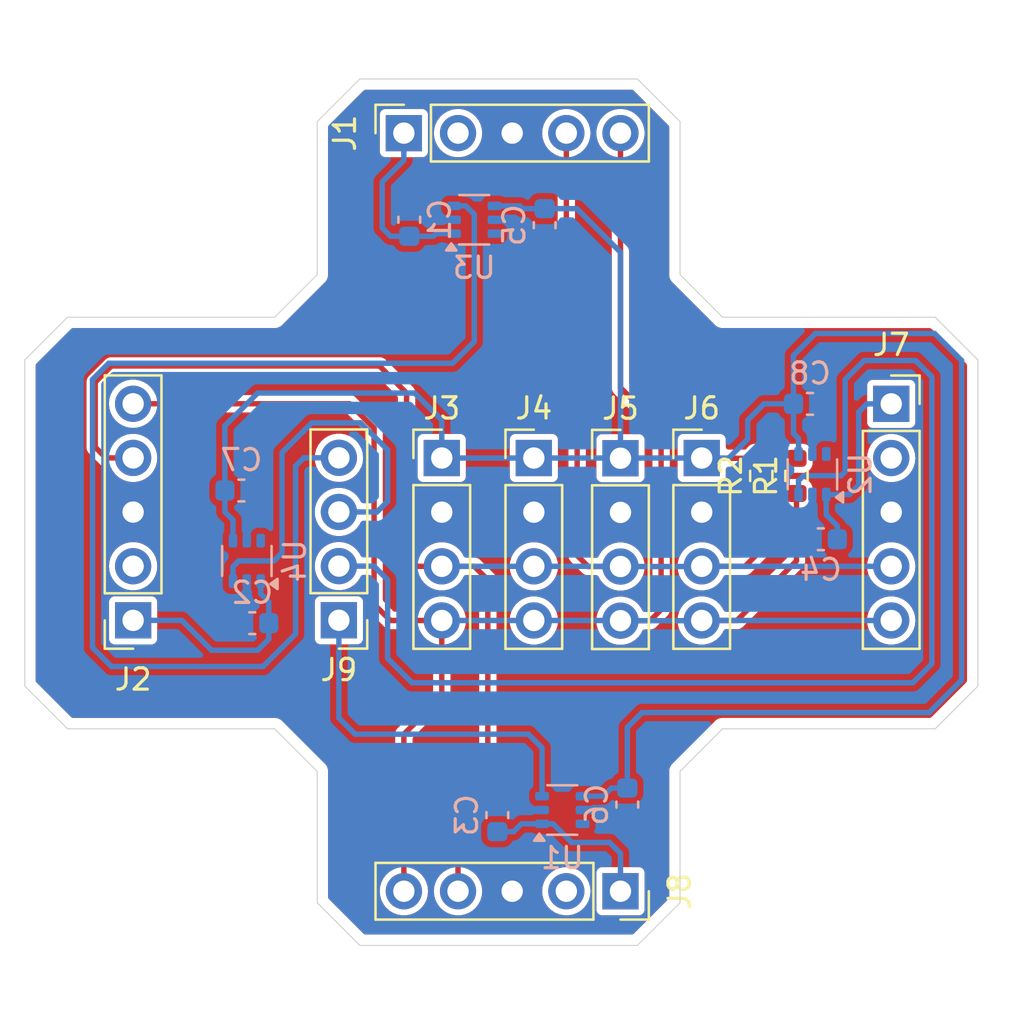
<source format=kicad_pcb>
(kicad_pcb (version 20240108) (generator "pcbnew") (generator_version "8.0")
  (layers (0 "F.Cu" signal) (31 "B.Cu" signal) (34 "B.Paste" user) (35 "F.Paste" user) (36 "B.SilkS" user "B.Silkscreen") (37 "F.SilkS" user "F.Silkscreen") (38 "B.Mask" user) (39 "F.Mask" user) (44 "Edge.Cuts" user))
  (net 0 "")
  (net 1 "/VCC")
  (net 2 "/SDA")
  (net 7 "/SCL")
  (net 9 "3")
  (net 10 "2")
  (net 11 "1")
  (net 12 "4")
  (net 16 "/VCC J1")
  (net 17 "/VCC J2")
  (net 18 "/VCC J8")
  (net 19 "/VCC J7")
  (net 20 "GND")
  (footprint "Connector_PinSocket_2.54mm:PinSocket_1x05_P2.54mm_Vertical" (layer "F.Cu") (at 145.796 71.12)
    (property "Reference" "J7" (at 0 -2.77 0) (layer "F.SilkS"))
    (property "Value" "Conn_01x05_Pin")
    (fp_line (start -1.33 1.27) (end -1.33 11.49) (stroke (width 0.12)) (layer "F.SilkS"))
    (fp_line (start -1.33 1.27) (end 1.33 1.27) (stroke (width 0.12)) (layer "F.SilkS"))
    (fp_line (start -1.33 11.49) (end 1.33 11.49) (stroke (width 0.12)) (layer "F.SilkS"))
    (fp_line (start 0 -1.33) (end 1.33 -1.33) (stroke (width 0.12)) (layer "F.SilkS"))
    (fp_line (start 1.33 -1.33) (end 1.33 0) (stroke (width 0.12)) (layer "F.SilkS"))
    (fp_line (start 1.33 1.27) (end 1.33 11.49) (stroke (width 0.12)) (layer "F.SilkS"))
    (pad "1" thru_hole rect (at 0 0) (size 1.7 1.7) (drill 1) (layers "*.Cu" "*.Mask") (net 19 "/VCC J7"))
    (pad "2" thru_hole oval (at 0 2.54) (size 1.7 1.7) (drill 1) (layers "*.Cu" "*.Mask"))
    (pad "3" thru_hole oval (at 0 5.08) (size 1.7 1.7) (drill 1) (layers "*.Cu" "*.Mask") (net 20 "GND"))
    (pad "4" thru_hole oval (at 0 7.62) (size 1.7 1.7) (drill 1) (layers "*.Cu" "*.Mask") (net 2 "/SDA"))
    (pad "5" thru_hole oval (at 0 10.16) (size 1.7 1.7) (drill 1) (layers "*.Cu" "*.Mask") (net 7 "/SCL"))
  )
  (footprint "Resistor_SMD:R_0603_1608Metric" (layer "F.Cu") (at 139.7 74.4982 90)
    (property "Reference" "R2" (at 0 -1.43 -90) (layer "F.SilkS"))
    (property "Value" "R")
    (fp_line (start -0.237258 -0.5225) (end 0.237258 -0.5225) (stroke (width 0.12)) (layer "F.SilkS"))
    (fp_line (start -0.237258 0.5225) (end 0.237258 0.5225) (stroke (width 0.12)) (layer "F.SilkS"))
    (pad "1" smd roundrect (at -0.825 0 90) (size 0.8 0.95) (layers "F.Cu" "F.Paste" "F.Mask") (net 2 "/SDA"))
    (pad "2" smd roundrect (at 0.825 0 90) (size 0.8 0.95) (layers "F.Cu" "F.Paste" "F.Mask") (net 1 "/VCC"))
  )
  (footprint "Connector_PinSocket_2.54mm:PinSocket_1x05_P2.54mm_Vertical" (layer "F.Cu") (at 110.236 81.275 180)
    (property "Reference" "J2" (at 0 -2.77 180) (layer "F.SilkS"))
    (property "Value" "Conn_01x05_Pin")
    (fp_line (start 1.33 1.27) (end 1.33 11.49) (stroke (width 0.12)) (layer "F.SilkS"))
    (fp_line (start 1.33 -1.33) (end 1.33 0) (stroke (width 0.12)) (layer "F.SilkS"))
    (fp_line (start 0 -1.33) (end 1.33 -1.33) (stroke (width 0.12)) (layer "F.SilkS"))
    (fp_line (start -1.33 11.49) (end 1.33 11.49) (stroke (width 0.12)) (layer "F.SilkS"))
    (fp_line (start -1.33 1.27) (end 1.33 1.27) (stroke (width 0.12)) (layer "F.SilkS"))
    (fp_line (start -1.33 1.27) (end -1.33 11.49) (stroke (width 0.12)) (layer "F.SilkS"))
    (pad "1" thru_hole rect (at 0 0 180) (size 1.7 1.7) (drill 1) (layers "*.Cu" "*.Mask") (net 17 "/VCC J2"))
    (pad "2" thru_hole oval (at 0 2.54 180) (size 1.7 1.7) (drill 1) (layers "*.Cu" "*.Mask"))
    (pad "3" thru_hole oval (at 0 5.08 180) (size 1.7 1.7) (drill 1) (layers "*.Cu" "*.Mask") (net 20 "GND"))
    (pad "4" thru_hole oval (at 0 7.62 180) (size 1.7 1.7) (drill 1) (layers "*.Cu" "*.Mask") (net 2 "/SDA"))
    (pad "5" thru_hole oval (at 0 10.16 180) (size 1.7 1.7) (drill 1) (layers "*.Cu" "*.Mask") (net 7 "/SCL"))
  )
  (footprint "Connector_PinHeader_2.54mm:PinHeader_1x04_P2.54mm_Vertical" (layer "F.Cu") (at 129.032 73.66)
    (property "Reference" "J4" (at 0 -2.33 0) (layer "F.SilkS"))
    (property "Value" "Conn_01x04_Pin")
    (fp_line (start -1.33 -1.33) (end 0 -1.33) (stroke (width 0.12)) (layer "F.SilkS"))
    (fp_line (start -1.33 0) (end -1.33 -1.33) (stroke (width 0.12)) (layer "F.SilkS"))
    (fp_line (start -1.33 1.27) (end -1.33 8.95) (stroke (width 0.12)) (layer "F.SilkS"))
    (fp_line (start -1.33 1.27) (end 1.33 1.27) (stroke (width 0.12)) (layer "F.SilkS"))
    (fp_line (start -1.33 8.95) (end 1.33 8.95) (stroke (width 0.12)) (layer "F.SilkS"))
    (fp_line (start 1.33 1.27) (end 1.33 8.95) (stroke (width 0.12)) (layer "F.SilkS"))
    (pad "1" thru_hole rect (at 0 0) (size 1.7 1.7) (drill 1) (layers "*.Cu" "*.Mask") (net 1 "/VCC"))
    (pad "2" thru_hole oval (at 0 2.54) (size 1.7 1.7) (drill 1) (layers "*.Cu" "*.Mask") (net 20 "GND"))
    (pad "3" thru_hole oval (at 0 5.08) (size 1.7 1.7) (drill 1) (layers "*.Cu" "*.Mask") (net 2 "/SDA"))
    (pad "4" thru_hole oval (at 0 7.62) (size 1.7 1.7) (drill 1) (layers "*.Cu" "*.Mask") (net 7 "/SCL"))
  )
  (footprint "Connector_PinHeader_2.54mm:PinHeader_1x04_P2.54mm_Vertical" (layer "F.Cu") (at 133.096 73.67)
    (property "Reference" "J5" (at 0 -2.33 0) (layer "F.SilkS"))
    (property "Value" "Conn_01x04_Pin")
    (fp_line (start -1.33 -1.33) (end 0 -1.33) (stroke (width 0.12)) (layer "F.SilkS"))
    (fp_line (start -1.33 0) (end -1.33 -1.33) (stroke (width 0.12)) (layer "F.SilkS"))
    (fp_line (start -1.33 1.27) (end -1.33 8.95) (stroke (width 0.12)) (layer "F.SilkS"))
    (fp_line (start -1.33 1.27) (end 1.33 1.27) (stroke (width 0.12)) (layer "F.SilkS"))
    (fp_line (start -1.33 8.95) (end 1.33 8.95) (stroke (width 0.12)) (layer "F.SilkS"))
    (fp_line (start 1.33 1.27) (end 1.33 8.95) (stroke (width 0.12)) (layer "F.SilkS"))
    (pad "1" thru_hole rect (at 0 0) (size 1.7 1.7) (drill 1) (layers "*.Cu" "*.Mask") (net 1 "/VCC"))
    (pad "2" thru_hole oval (at 0 2.54) (size 1.7 1.7) (drill 1) (layers "*.Cu" "*.Mask") (net 20 "GND"))
    (pad "3" thru_hole oval (at 0 5.08) (size 1.7 1.7) (drill 1) (layers "*.Cu" "*.Mask") (net 2 "/SDA"))
    (pad "4" thru_hole oval (at 0 7.62) (size 1.7 1.7) (drill 1) (layers "*.Cu" "*.Mask") (net 7 "/SCL"))
  )
  (footprint "Connector_PinHeader_2.54mm:PinHeader_1x04_P2.54mm_Vertical" (layer "F.Cu") (at 136.906 73.66)
    (property "Reference" "J6" (at 0 -2.33 0) (layer "F.SilkS"))
    (property "Value" "Conn_01x04_Pin")
    (fp_line (start -1.33 -1.33) (end 0 -1.33) (stroke (width 0.12)) (layer "F.SilkS"))
    (fp_line (start -1.33 0) (end -1.33 -1.33) (stroke (width 0.12)) (layer "F.SilkS"))
    (fp_line (start -1.33 1.27) (end -1.33 8.95) (stroke (width 0.12)) (layer "F.SilkS"))
    (fp_line (start -1.33 1.27) (end 1.33 1.27) (stroke (width 0.12)) (layer "F.SilkS"))
    (fp_line (start -1.33 8.95) (end 1.33 8.95) (stroke (width 0.12)) (layer "F.SilkS"))
    (fp_line (start 1.33 1.27) (end 1.33 8.95) (stroke (width 0.12)) (layer "F.SilkS"))
    (pad "1" thru_hole rect (at 0 0) (size 1.7 1.7) (drill 1) (layers "*.Cu" "*.Mask") (net 1 "/VCC"))
    (pad "2" thru_hole oval (at 0 2.54) (size 1.7 1.7) (drill 1) (layers "*.Cu" "*.Mask") (net 20 "GND"))
    (pad "3" thru_hole oval (at 0 5.08) (size 1.7 1.7) (drill 1) (layers "*.Cu" "*.Mask") (net 2 "/SDA"))
    (pad "4" thru_hole oval (at 0 7.62) (size 1.7 1.7) (drill 1) (layers "*.Cu" "*.Mask") (net 7 "/SCL"))
  )
  (footprint "Connector_PinHeader_2.54mm:PinHeader_1x04_P2.54mm_Vertical" (layer "F.Cu") (at 119.888 81.27 180)
    (property "Reference" "J9" (at 0 -2.33 180) (layer "F.SilkS"))
    (property "Value" "Conn_01x04_Pin")
    (fp_line (start 1.33 1.27) (end 1.33 8.95) (stroke (width 0.12)) (layer "F.SilkS"))
    (fp_line (start -1.33 8.95) (end 1.33 8.95) (stroke (width 0.12)) (layer "F.SilkS"))
    (fp_line (start -1.33 1.27) (end 1.33 1.27) (stroke (width 0.12)) (layer "F.SilkS"))
    (fp_line (start -1.33 1.27) (end -1.33 8.95) (stroke (width 0.12)) (layer "F.SilkS"))
    (fp_line (start -1.33 0) (end -1.33 -1.33) (stroke (width 0.12)) (layer "F.SilkS"))
    (fp_line (start -1.33 -1.33) (end 0 -1.33) (stroke (width 0.12)) (layer "F.SilkS"))
    (pad "1" thru_hole rect (at 0 0 180) (size 1.7 1.7) (drill 1) (layers "*.Cu" "*.Mask") (net 12 "4"))
    (pad "2" thru_hole oval (at 0 2.54 180) (size 1.7 1.7) (drill 1) (layers "*.Cu" "*.Mask") (net 9 "3"))
    (pad "3" thru_hole oval (at 0 5.08 180) (size 1.7 1.7) (drill 1) (layers "*.Cu" "*.Mask") (net 10 "2"))
    (pad "4" thru_hole oval (at 0 7.62 180) (size 1.7 1.7) (drill 1) (layers "*.Cu" "*.Mask") (net 11 "1"))
  )
  (footprint "Connector_PinSocket_2.54mm:PinSocket_1x05_P2.54mm_Vertical" (layer "F.Cu") (at 122.936 58.42 90)
    (property "Reference" "J1" (at 0 -2.77 90) (layer "F.SilkS"))
    (property "Value" "Conn_01x05_Pin")
    (fp_line (start 1.33 -1.33) (end 1.33 0) (stroke (width 0.12)) (layer "F.SilkS"))
    (fp_line (start 0 -1.33) (end 1.33 -1.33) (stroke (width 0.12)) (layer "F.SilkS"))
    (fp_line (start 1.33 1.27) (end 1.33 11.49) (stroke (width 0.12)) (layer "F.SilkS"))
    (fp_line (start -1.33 1.27) (end 1.33 1.27) (stroke (width 0.12)) (layer "F.SilkS"))
    (fp_line (start -1.33 1.27) (end -1.33 11.49) (stroke (width 0.12)) (layer "F.SilkS"))
    (fp_line (start -1.33 11.49) (end 1.33 11.49) (stroke (width 0.12)) (layer "F.SilkS"))
    (pad "1" thru_hole rect (at 0 0 90) (size 1.7 1.7) (drill 1) (layers "*.Cu" "*.Mask") (net 16 "/VCC J1"))
    (pad "2" thru_hole oval (at 0 2.54 90) (size 1.7 1.7) (drill 1) (layers "*.Cu" "*.Mask"))
    (pad "3" thru_hole oval (at 0 5.08 90) (size 1.7 1.7) (drill 1) (layers "*.Cu" "*.Mask") (net 20 "GND"))
    (pad "4" thru_hole oval (at 0 7.62 90) (size 1.7 1.7) (drill 1) (layers "*.Cu" "*.Mask") (net 2 "/SDA"))
    (pad "5" thru_hole oval (at 0 10.16 90) (size 1.7 1.7) (drill 1) (layers "*.Cu" "*.Mask") (net 7 "/SCL"))
  )
  (footprint "Connector_PinHeader_2.54mm:PinHeader_1x04_P2.54mm_Vertical" (layer "F.Cu") (at 124.714 73.66)
    (property "Reference" "J3" (at 0 -2.33 0) (layer "F.SilkS"))
    (property "Value" "Conn_01x04_Pin")
    (fp_line (start -1.33 -1.33) (end 0 -1.33) (stroke (width 0.12)) (layer "F.SilkS"))
    (fp_line (start -1.33 0) (end -1.33 -1.33) (stroke (width 0.12)) (layer "F.SilkS"))
    (fp_line (start -1.33 1.27) (end -1.33 8.95) (stroke (width 0.12)) (layer "F.SilkS"))
    (fp_line (start -1.33 1.27) (end 1.33 1.27) (stroke (width 0.12)) (layer "F.SilkS"))
    (fp_line (start -1.33 8.95) (end 1.33 8.95) (stroke (width 0.12)) (layer "F.SilkS"))
    (fp_line (start 1.33 1.27) (end 1.33 8.95) (stroke (width 0.12)) (layer "F.SilkS"))
    (pad "1" thru_hole rect (at 0 0) (size 1.7 1.7) (drill 1) (layers "*.Cu" "*.Mask") (net 1 "/VCC"))
    (pad "2" thru_hole oval (at 0 2.54) (size 1.7 1.7) (drill 1) (layers "*.Cu" "*.Mask") (net 20 "GND"))
    (pad "3" thru_hole oval (at 0 5.08) (size 1.7 1.7) (drill 1) (layers "*.Cu" "*.Mask") (net 2 "/SDA"))
    (pad "4" thru_hole oval (at 0 7.62) (size 1.7 1.7) (drill 1) (layers "*.Cu" "*.Mask") (net 7 "/SCL"))
  )
  (footprint "Connector_PinSocket_2.54mm:PinSocket_1x05_P2.54mm_Vertical" (layer "F.Cu") (at 133.096 93.98 -90)
    (property "Reference" "J8" (at 0 -2.77 -90) (layer "F.SilkS"))
    (property "Value" "Conn_01x05_Pin")
    (fp_line (start -1.33 11.49) (end 1.33 11.49) (stroke (width 0.12)) (layer "F.SilkS"))
    (fp_line (start -1.33 1.27) (end -1.33 11.49) (stroke (width 0.12)) (layer "F.SilkS"))
    (fp_line (start -1.33 1.27) (end 1.33 1.27) (stroke (width 0.12)) (layer "F.SilkS"))
    (fp_line (start 1.33 1.27) (end 1.33 11.49) (stroke (width 0.12)) (layer "F.SilkS"))
    (fp_line (start 0 -1.33) (end 1.33 -1.33) (stroke (width 0.12)) (layer "F.SilkS"))
    (fp_line (start 1.33 -1.33) (end 1.33 0) (stroke (width 0.12)) (layer "F.SilkS"))
    (pad "1" thru_hole rect (at 0 0 270) (size 1.7 1.7) (drill 1) (layers "*.Cu" "*.Mask") (net 18 "/VCC J8"))
    (pad "2" thru_hole oval (at 0 2.54 270) (size 1.7 1.7) (drill 1) (layers "*.Cu" "*.Mask"))
    (pad "3" thru_hole oval (at 0 5.08 270) (size 1.7 1.7) (drill 1) (layers "*.Cu" "*.Mask") (net 20 "GND"))
    (pad "4" thru_hole oval (at 0 7.62 270) (size 1.7 1.7) (drill 1) (layers "*.Cu" "*.Mask") (net 2 "/SDA"))
    (pad "5" thru_hole oval (at 0 10.16 270) (size 1.7 1.7) (drill 1) (layers "*.Cu" "*.Mask") (net 7 "/SCL"))
  )
  (footprint "Resistor_SMD:R_0603_1608Metric" (layer "F.Cu") (at 141.351 74.4982 90)
    (property "Reference" "R1" (at 0 -1.43 -90) (layer "F.SilkS"))
    (property "Value" "R")
    (fp_line (start -0.237258 -0.5225) (end 0.237258 -0.5225) (stroke (width 0.12)) (layer "F.SilkS"))
    (fp_line (start -0.237258 0.5225) (end 0.237258 0.5225) (stroke (width 0.12)) (layer "F.SilkS"))
    (pad "1" smd roundrect (at -0.825 0 90) (size 0.8 0.95) (layers "F.Cu" "F.Paste" "F.Mask") (net 7 "/SCL"))
    (pad "2" smd roundrect (at 0.825 0 90) (size 0.8 0.95) (layers "F.Cu" "F.Paste" "F.Mask") (net 1 "/VCC"))
  )
  (footprint "Package_TO_SOT_SMD:SOT-363_SC-70-6" (layer "B.Cu") (at 115.57 78.486 90)
    (property "Reference" "U4" (at 0 2.25 -90) (layer "B.SilkS") (effects (justify mirror)))
    (property "Value" "SIP32411DR-T1-GE3")
    (fp_line (start 0.7 -1.16) (end -0.7 -1.16) (stroke (width 0.12)) (layer "B.SilkS"))
    (fp_line (start 0.7 1.16) (end -0.71 1.16) (stroke (width 0.12)) (layer "B.SilkS"))
    (fp_poly (pts (xy -1.08 1.11) (xy -1.32 1.44) (xy -0.84 1.44) (xy -1.08 1.11)) (stroke (width 0.12)) (fill solid) (layer "B.SilkS"))
    (pad "1" smd roundrect (at -0.95 0.65 90) (size 0.65 0.4) (layers "B.Cu" "B.Paste" "B.Mask") (net 17 "/VCC J2"))
    (pad "2" smd roundrect (at -0.95 0 90) (size 0.65 0.4) (layers "B.Cu" "B.Paste" "B.Mask") (net 20 "GND"))
    (pad "3" smd roundrect (at -0.95 -0.65 90) (size 0.65 0.4) (layers "B.Cu" "B.Paste" "B.Mask") (net 10 "2"))
    (pad "4" smd roundrect (at 0.95 -0.65 90) (size 0.65 0.4) (layers "B.Cu" "B.Paste" "B.Mask") (net 1 "/VCC"))
    (pad "5" smd roundrect (at 0.95 0 90) (size 0.65 0.4) (layers "B.Cu" "B.Paste" "B.Mask") (net 20 "GND"))
    (pad "6" smd roundrect (at 0.95 0.65 90) (size 0.65 0.4) (layers "B.Cu" "B.Paste" "B.Mask"))
  )
  (footprint "Capacitor_SMD:C_0603_1608Metric" (layer "B.Cu") (at 115.824 81.407 180)
    (property "Reference" "C2" (at 0 1.43 180) (layer "B.SilkS") (effects (justify mirror)))
    (property "Value" "0.1uF")
    (fp_line (start 0.14058 0.51) (end -0.14058 0.51) (stroke (width 0.12)) (layer "B.SilkS"))
    (fp_line (start 0.14058 -0.51) (end -0.14058 -0.51) (stroke (width 0.12)) (layer "B.SilkS"))
    (pad "1" smd roundrect (at -0.775 0 180) (size 0.9 0.95) (layers "B.Cu" "B.Paste" "B.Mask") (net 17 "/VCC J2"))
    (pad "2" smd roundrect (at 0.775 0 180) (size 0.9 0.95) (layers "B.Cu" "B.Paste" "B.Mask") (net 20 "GND"))
  )
  (footprint "Package_TO_SOT_SMD:SOT-363_SC-70-6" (layer "B.Cu") (at 142.098 74.422 90)
    (property "Reference" "U2" (at 0 2.25 -90) (layer "B.SilkS") (effects (justify mirror)))
    (property "Value" "SIP32411DR-T1-GE3")
    (fp_line (start 0.7 -1.16) (end -0.7 -1.16) (stroke (width 0.12)) (layer "B.SilkS"))
    (fp_line (start 0.7 1.16) (end -0.71 1.16) (stroke (width 0.12)) (layer "B.SilkS"))
    (fp_poly (pts (xy -1.08 1.11) (xy -1.32 1.44) (xy -0.84 1.44) (xy -1.08 1.11)) (stroke (width 0.12)) (fill solid) (layer "B.SilkS"))
    (pad "1" smd roundrect (at -0.95 0.65 90) (size 0.65 0.4) (layers "B.Cu" "B.Paste" "B.Mask") (net 19 "/VCC J7"))
    (pad "2" smd roundrect (at -0.95 0 90) (size 0.65 0.4) (layers "B.Cu" "B.Paste" "B.Mask") (net 20 "GND"))
    (pad "3" smd roundrect (at -0.95 -0.65 90) (size 0.65 0.4) (layers "B.Cu" "B.Paste" "B.Mask") (net 9 "3"))
    (pad "4" smd roundrect (at 0.95 -0.65 90) (size 0.65 0.4) (layers "B.Cu" "B.Paste" "B.Mask") (net 1 "/VCC"))
    (pad "5" smd roundrect (at 0.95 0 90) (size 0.65 0.4) (layers "B.Cu" "B.Paste" "B.Mask") (net 20 "GND"))
    (pad "6" smd roundrect (at 0.95 0.65 90) (size 0.65 0.4) (layers "B.Cu" "B.Paste" "B.Mask"))
  )
  (footprint "Package_TO_SOT_SMD:SOT-363_SC-70-6" (layer "B.Cu") (at 130.368 90.17)
    (property "Reference" "U1" (at 0 2.25 0) (layer "B.SilkS") (effects (justify mirror)))
    (property "Value" "SIP32411DR-T1-GE3")
    (fp_line (start 0.7 -1.16) (end -0.7 -1.16) (stroke (width 0.12)) (layer "B.SilkS"))
    (fp_line (start 0.7 1.16) (end -0.71 1.16) (stroke (width 0.12)) (layer "B.SilkS"))
    (fp_poly (pts (xy -1.08 1.11) (xy -1.32 1.44) (xy -0.84 1.44) (xy -1.08 1.11)) (stroke (width 0.12)) (fill solid) (layer "B.SilkS"))
    (pad "1" smd roundrect (at -0.95 0.65) (size 0.65 0.4) (layers "B.Cu" "B.Paste" "B.Mask") (net 18 "/VCC J8"))
    (pad "2" smd roundrect (at -0.95 0) (size 0.65 0.4) (layers "B.Cu" "B.Paste" "B.Mask") (net 20 "GND"))
    (pad "3" smd roundrect (at -0.95 -0.65) (size 0.65 0.4) (layers "B.Cu" "B.Paste" "B.Mask") (net 12 "4"))
    (pad "4" smd roundrect (at 0.95 -0.65) (size 0.65 0.4) (layers "B.Cu" "B.Paste" "B.Mask") (net 1 "/VCC"))
    (pad "5" smd roundrect (at 0.95 0) (size 0.65 0.4) (layers "B.Cu" "B.Paste" "B.Mask") (net 20 "GND"))
    (pad "6" smd roundrect (at 0.95 0.65) (size 0.65 0.4) (layers "B.Cu" "B.Paste" "B.Mask"))
  )
  (footprint "Capacitor_SMD:C_0603_1608Metric" (layer "B.Cu") (at 115.316 75.184 180)
    (property "Reference" "C7" (at 0 1.43 180) (layer "B.SilkS") (effects (justify mirror)))
    (property "Value" "4.7uF")
    (fp_line (start 0.14058 0.51) (end -0.14058 0.51) (stroke (width 0.12)) (layer "B.SilkS"))
    (fp_line (start 0.14058 -0.51) (end -0.14058 -0.51) (stroke (width 0.12)) (layer "B.SilkS"))
    (pad "1" smd roundrect (at -0.775 0 180) (size 0.9 0.95) (layers "B.Cu" "B.Paste" "B.Mask") (net 20 "GND"))
    (pad "2" smd roundrect (at 0.775 0 180) (size 0.9 0.95) (layers "B.Cu" "B.Paste" "B.Mask") (net 1 "/VCC"))
  )
  (footprint "Capacitor_SMD:C_0603_1608Metric" (layer "B.Cu") (at 129.54 62.738 -90)
    (property "Reference" "C5" (at 0 1.43 90) (layer "B.SilkS") (effects (justify mirror)))
    (property "Value" "4.7uF")
    (fp_line (start 0.14058 0.51) (end -0.14058 0.51) (stroke (width 0.12)) (layer "B.SilkS"))
    (fp_line (start 0.14058 -0.51) (end -0.14058 -0.51) (stroke (width 0.12)) (layer "B.SilkS"))
    (pad "1" smd roundrect (at -0.775 0 270) (size 0.9 0.95) (layers "B.Cu" "B.Paste" "B.Mask") (net 1 "/VCC"))
    (pad "2" smd roundrect (at 0.775 0 270) (size 0.9 0.95) (layers "B.Cu" "B.Paste" "B.Mask") (net 20 "GND"))
  )
  (footprint "Package_TO_SOT_SMD:SOT-363_SC-70-6" (layer "B.Cu") (at 126.238 62.484)
    (property "Reference" "U3" (at 0 2.25 0) (layer "B.SilkS") (effects (justify mirror)))
    (property "Value" "SIP32411DR-T1-GE3")
    (fp_line (start 0.7 -1.16) (end -0.7 -1.16) (stroke (width 0.12)) (layer "B.SilkS"))
    (fp_line (start 0.7 1.16) (end -0.71 1.16) (stroke (width 0.12)) (layer "B.SilkS"))
    (fp_poly (pts (xy -1.08 1.11) (xy -1.32 1.44) (xy -0.84 1.44) (xy -1.08 1.11)) (stroke (width 0.12)) (fill solid) (layer "B.SilkS"))
    (pad "1" smd roundrect (at -0.95 0.65) (size 0.65 0.4) (layers "B.Cu" "B.Paste" "B.Mask") (net 16 "/VCC J1"))
    (pad "2" smd roundrect (at -0.95 0) (size 0.65 0.4) (layers "B.Cu" "B.Paste" "B.Mask") (net 20 "GND"))
    (pad "3" smd roundrect (at -0.95 -0.65) (size 0.65 0.4) (layers "B.Cu" "B.Paste" "B.Mask") (net 11 "1"))
    (pad "4" smd roundrect (at 0.95 -0.65) (size 0.65 0.4) (layers "B.Cu" "B.Paste" "B.Mask") (net 1 "/VCC"))
    (pad "5" smd roundrect (at 0.95 0) (size 0.65 0.4) (layers "B.Cu" "B.Paste" "B.Mask") (net 20 "GND"))
    (pad "6" smd roundrect (at 0.95 0.65) (size 0.65 0.4) (layers "B.Cu" "B.Paste" "B.Mask"))
  )
  (footprint "Capacitor_SMD:C_0603_1608Metric" (layer "B.Cu") (at 142.494 77.47)
    (property "Reference" "C4" (at 0 1.43 0) (layer "B.SilkS") (effects (justify mirror)))
    (property "Value" "0.1uF")
    (fp_line (start 0.14058 -0.51) (end -0.14058 -0.51) (stroke (width 0.12)) (layer "B.SilkS"))
    (fp_line (start 0.14058 0.51) (end -0.14058 0.51) (stroke (width 0.12)) (layer "B.SilkS"))
    (pad "1" smd roundrect (at -0.775 0) (size 0.9 0.95) (layers "B.Cu" "B.Paste" "B.Mask") (net 20 "GND"))
    (pad "2" smd roundrect (at 0.775 0) (size 0.9 0.95) (layers "B.Cu" "B.Paste" "B.Mask") (net 19 "/VCC J7"))
  )
  (footprint "Capacitor_SMD:C_0603_1608Metric" (layer "B.Cu") (at 127.32 90.411 -90)
    (property "Reference" "C3" (at 0 1.43 90) (layer "B.SilkS") (effects (justify mirror)))
    (property "Value" "0.1uF")
    (fp_line (start 0.14058 0.51) (end -0.14058 0.51) (stroke (width 0.12)) (layer "B.SilkS"))
    (fp_line (start 0.14058 -0.51) (end -0.14058 -0.51) (stroke (width 0.12)) (layer "B.SilkS"))
    (pad "1" smd roundrect (at -0.775 0 270) (size 0.9 0.95) (layers "B.Cu" "B.Paste" "B.Mask") (net 20 "GND"))
    (pad "2" smd roundrect (at 0.775 0 270) (size 0.9 0.95) (layers "B.Cu" "B.Paste" "B.Mask") (net 18 "/VCC J8"))
  )
  (footprint "Capacitor_SMD:C_0603_1608Metric" (layer "B.Cu") (at 123.19 62.484 90)
    (property "Reference" "C1" (at 0 1.43 -90) (layer "B.SilkS") (effects (justify mirror)))
    (property "Value" "0.1uF")
    (fp_line (start 0.14058 -0.51) (end -0.14058 -0.51) (stroke (width 0.12)) (layer "B.SilkS"))
    (fp_line (start 0.14058 0.51) (end -0.14058 0.51) (stroke (width 0.12)) (layer "B.SilkS"))
    (pad "1" smd roundrect (at -0.775 0 90) (size 0.9 0.95) (layers "B.Cu" "B.Paste" "B.Mask") (net 16 "/VCC J1"))
    (pad "2" smd roundrect (at 0.775 0 90) (size 0.9 0.95) (layers "B.Cu" "B.Paste" "B.Mask") (net 20 "GND"))
  )
  (footprint "Capacitor_SMD:C_0603_1608Metric" (layer "B.Cu") (at 133.416 89.916 -90)
    (property "Reference" "C6" (at 0 1.43 90) (layer "B.SilkS") (effects (justify mirror)))
    (property "Value" "4.7uF")
    (fp_line (start 0.14058 0.51) (end -0.14058 0.51) (stroke (width 0.12)) (layer "B.SilkS"))
    (fp_line (start 0.14058 -0.51) (end -0.14058 -0.51) (stroke (width 0.12)) (layer "B.SilkS"))
    (pad "1" smd roundrect (at -0.775 0 270) (size 0.9 0.95) (layers "B.Cu" "B.Paste" "B.Mask") (net 1 "/VCC"))
    (pad "2" smd roundrect (at 0.775 0 270) (size 0.9 0.95) (layers "B.Cu" "B.Paste" "B.Mask") (net 20 "GND"))
  )
  (footprint "Capacitor_SMD:C_0603_1608Metric" (layer "B.Cu") (at 141.986 71.12 180)
    (property "Reference" "C8" (at 0 1.43 180) (layer "B.SilkS") (effects (justify mirror)))
    (property "Value" "4.7uF")
    (fp_line (start 0.14058 0.51) (end -0.14058 0.51) (stroke (width 0.12)) (layer "B.SilkS"))
    (fp_line (start 0.14058 -0.51) (end -0.14058 -0.51) (stroke (width 0.12)) (layer "B.SilkS"))
    (pad "1" smd roundrect (at -0.775 0 180) (size 0.9 0.95) (layers "B.Cu" "B.Paste" "B.Mask") (net 20 "GND"))
    (pad "2" smd roundrect (at 0.775 0 180) (size 0.9 0.95) (layers "B.Cu" "B.Paste" "B.Mask") (net 1 "/VCC"))
  )
  (gr_line (start 135.89 57.88) (end 133.89 55.88) (stroke (width 0.05)) (layer "Edge.Cuts"))
  (gr_line (start 135.89 94.52) (end 133.89 96.52) (stroke (width 0.05)) (layer "Edge.Cuts"))
  (gr_line (start 137.89 86.36) (end 147.86 86.36) (stroke (width 0.05)) (layer "Edge.Cuts"))
  (gr_line (start 118.872 94.52) (end 118.872 88.36) (stroke (width 0.05)) (layer "Edge.Cuts"))
  (gr_line (start 149.86 84.36) (end 149.86 69.056) (stroke (width 0.05)) (layer "Edge.Cuts"))
  (gr_line (start 120.872 96.52) (end 118.872 94.52) (stroke (width 0.05)) (layer "Edge.Cuts"))
  (gr_line (start 149.86 69.056) (end 147.86 67.056) (stroke (width 0.05)) (layer "Edge.Cuts"))
  (gr_line (start 105.156 69.056) (end 105.156 84.36) (stroke (width 0.05)) (layer "Edge.Cuts"))
  (gr_line (start 118.872 65.056) (end 118.872 57.88) (stroke (width 0.05)) (layer "Edge.Cuts"))
  (gr_line (start 137.89 86.36) (end 135.89 88.36) (stroke (width 0.05)) (layer "Edge.Cuts"))
  (gr_line (start 107.156 67.056) (end 105.156 69.056) (stroke (width 0.05)) (layer "Edge.Cuts"))
  (gr_line (start 118.872 57.88) (end 120.872 55.88) (stroke (width 0.05)) (layer "Edge.Cuts"))
  (gr_line (start 116.872 67.056) (end 107.156 67.056) (stroke (width 0.05)) (layer "Edge.Cuts"))
  (gr_line (start 116.872 67.056) (end 118.872 65.056) (stroke (width 0.05)) (layer "Edge.Cuts"))
  (gr_line (start 147.86 86.36) (end 149.86 84.36) (stroke (width 0.05)) (layer "Edge.Cuts"))
  (gr_line (start 133.89 96.52) (end 120.872 96.52) (stroke (width 0.05)) (layer "Edge.Cuts"))
  (gr_line (start 137.89 67.056) (end 147.86 67.056) (stroke (width 0.05)) (layer "Edge.Cuts"))
  (gr_line (start 116.872 86.36) (end 118.872 88.36) (stroke (width 0.05)) (layer "Edge.Cuts"))
  (gr_line (start 135.89 65.056) (end 135.89 57.88) (stroke (width 0.05)) (layer "Edge.Cuts"))
  (gr_line (start 133.89 55.88) (end 120.872 55.88) (stroke (width 0.05)) (layer "Edge.Cuts"))
  (gr_line (start 135.89 88.36) (end 135.89 94.52) (stroke (width 0.05)) (layer "Edge.Cuts"))
  (gr_line (start 107.156 86.36) (end 105.156 84.36) (stroke (width 0.05)) (layer "Edge.Cuts"))
  (gr_line (start 135.89 65.056) (end 137.89 67.056) (stroke (width 0.05)) (layer "Edge.Cuts"))
  (gr_line (start 107.156 86.36) (end 116.872 86.36) (stroke (width 0.05)) (layer "Edge.Cuts"))
  (segment (start 136.9192 73.6732) (end 136.906 73.66) (width 0.254) (layer "F.Cu") (net 1))
  (segment (start 141.351 73.6732) (end 139.7 73.6732) (width 0.254) (layer "F.Cu") (net 1))
  (segment (start 139.7 73.6732) (end 136.9192 73.6732) (width 0.254) (layer "F.Cu") (net 1))
  (segment (start 134.112 85.598) (end 147.574 85.598) (width 0.254) (layer "B.Cu") (net 1))
  (segment (start 138.176 73.66) (end 139.065 72.771) (width 0.254) (layer "B.Cu") (net 1))
  (segment (start 147.574 85.598) (end 149.098 84.074) (width 0.254) (layer "B.Cu") (net 1))
  (segment (start 114.92 76.566) (end 114.92 77.536) (width 0.254) (layer "B.Cu") (net 1))
  (segment (start 136.906 73.66) (end 138.176 73.66) (width 0.254) (layer "B.Cu") (net 1))
  (segment (start 129.032 73.66) (end 133.086 73.66) (width 0.254) (layer "B.Cu") (net 1))
  (segment (start 139.065 71.882) (end 139.827 71.12) (width 0.254) (layer "B.Cu") (net 1))
  (segment (start 132.667 89.141) (end 132.288 89.52) (width 0.254) (layer "B.Cu") (net 1))
  (segment (start 124.714 71.882) (end 123.444 70.612) (width 0.254) (layer "B.Cu") (net 1))
  (segment (start 124.714 73.66) (end 129.032 73.66) (width 0.254) (layer "B.Cu") (net 1))
  (segment (start 114.541 72.149) (end 114.541 75.184) (width 0.254) (layer "B.Cu") (net 1))
  (segment (start 114.541 75.184) (end 114.541 76.187) (width 0.254) (layer "B.Cu") (net 1))
  (segment (start 128.382 61.834) (end 127.188 61.834) (width 0.254) (layer "B.Cu") (net 1))
  (segment (start 139.827 71.12) (end 141.211 71.12) (width 0.254) (layer "B.Cu") (net 1))
  (segment (start 116.078 70.612) (end 114.541 72.149) (width 0.254) (layer "B.Cu") (net 1))
  (segment (start 128.511 61.963) (end 128.382 61.834) (width 0.254) (layer "B.Cu") (net 1))
  (segment (start 141.211 71.12) (end 141.211 72.504) (width 0.254) (layer "B.Cu") (net 1))
  (segment (start 133.086 73.66) (end 133.096 73.67) (width 0.254) (layer "B.Cu") (net 1))
  (segment (start 141.211 72.504) (end 141.448 72.741) (width 0.254) (layer "B.Cu") (net 1))
  (segment (start 133.416 89.141) (end 133.416 86.294) (width 0.254) (layer "B.Cu") (net 1))
  (segment (start 114.541 76.187) (end 114.92 76.566) (width 0.254) (layer "B.Cu") (net 1))
  (segment (start 139.065 72.771) (end 139.065 71.882) (width 0.254) (layer "B.Cu") (net 1))
  (segment (start 133.096 73.67) (end 133.34 73.67) (width 0.254) (layer "B.Cu") (net 1))
  (segment (start 132.288 89.52) (end 131.318 89.52) (width 0.254) (layer "B.Cu") (net 1))
  (segment (start 141.211 68.847) (end 141.211 71.12) (width 0.254) (layer "B.Cu") (net 1))
  (segment (start 133.416 89.141) (end 132.667 89.141) (width 0.254) (layer "B.Cu") (net 1))
  (segment (start 124.714 73.66) (end 124.714 71.882) (width 0.254) (layer "B.Cu") (net 1))
  (segment (start 131.051 61.963) (end 133.096 64.008) (width 0.254) (layer "B.Cu") (net 1))
  (segment (start 141.448 72.741) (end 141.448 73.472) (width 0.254) (layer "B.Cu") (net 1))
  (segment (start 123.444 70.612) (end 116.078 70.612) (width 0.254) (layer "B.Cu") (net 1))
  (segment (start 129.54 61.963) (end 128.511 61.963) (width 0.254) (layer "B.Cu") (net 1))
  (segment (start 142.24 67.818) (end 141.211 68.847) (width 0.254) (layer "B.Cu") (net 1))
  (segment (start 133.34 73.67) (end 133.35 73.66) (width 0.254) (layer "B.Cu") (net 1))
  (segment (start 133.096 64.008) (end 133.096 73.67) (width 0.254) (layer "B.Cu") (net 1))
  (segment (start 149.098 84.074) (end 149.098 69.088) (width 0.254) (layer "B.Cu") (net 1))
  (segment (start 149.098 69.088) (end 147.828 67.818) (width 0.254) (layer "B.Cu") (net 1))
  (segment (start 133.35 73.66) (end 136.906 73.66) (width 0.254) (layer "B.Cu") (net 1))
  (segment (start 147.828 67.818) (end 142.24 67.818) (width 0.254) (layer "B.Cu") (net 1))
  (segment (start 129.54 61.963) (end 131.051 61.963) (width 0.254) (layer "B.Cu") (net 1))
  (segment (start 133.416 86.294) (end 134.112 85.598) (width 0.254) (layer "B.Cu") (net 1))
  (segment (start 123.571 78.74) (end 124.714 78.74) (width 0.254) (layer "F.Cu") (net 2))
  (segment (start 131.582 78.75) (end 133.096 78.75) (width 0.254) (layer "F.Cu") (net 2))
  (segment (start 126.873 79.375) (end 126.238 78.74) (width 0.254) (layer "F.Cu") (net 2))
  (segment (start 130.556 58.42) (end 130.556 71.247) (width 0.254) (layer "F.Cu") (net 2))
  (segment (start 109.22 69.342) (end 121.793 69.342) (width 0.254) (layer "F.Cu") (net 2))
  (segment (start 121.793 69.342) (end 123.063 70.612) (width 0.254) (layer "F.Cu") (net 2))
  (segment (start 123.063 78.232) (end 123.571 78.74) (width 0.254) (layer "F.Cu") (net 2))
  (segment (start 125.476 88.646) (end 126.873 87.249) (width 0.254) (layer "F.Cu") (net 2))
  (segment (start 131.064 78.232) (end 131.582 78.75) (width 0.254) (layer "F.Cu") (net 2))
  (segment (start 139.7 77.978) (end 139.7 75.3232) (width 0.254) (layer "F.Cu") (net 2))
  (segment (start 126.873 87.249) (end 126.873 79.375) (width 0.254) (layer "F.Cu") (net 2))
  (segment (start 130.556 71.247) (end 131.064 71.755) (width 0.254) (layer "F.Cu") (net 2))
  (segment (start 131.064 71.755) (end 131.064 78.232) (width 0.254) (layer "F.Cu") (net 2))
  (segment (start 108.458 73.152) (end 108.458 70.104) (width 0.254) (layer "F.Cu") (net 2))
  (segment (start 138.938 78.74) (end 139.7 77.978) (width 0.254) (layer "F.Cu") (net 2))
  (segment (start 125.476 93.98) (end 125.476 88.646) (width 0.254) (layer "F.Cu") (net 2))
  (segment (start 123.063 70.612) (end 123.063 78.232) (width 0.254) (layer "F.Cu") (net 2))
  (segment (start 110.236 73.655) (end 108.961 73.655) (width 0.254) (layer "F.Cu") (net 2))
  (segment (start 126.238 78.74) (end 124.714 78.74) (width 0.254) (layer "F.Cu") (net 2))
  (segment (start 108.961 73.655) (end 108.458 73.152) (width 0.254) (layer "F.Cu") (net 2))
  (segment (start 108.458 70.104) (end 109.22 69.342) (width 0.254) (layer "F.Cu") (net 2))
  (segment (start 136.906 78.74) (end 138.938 78.74) (width 0.254) (layer "F.Cu") (net 2))
  (segment (start 124.714 78.74) (end 129.032 78.74) (width 0.254) (layer "B.Cu") (net 2))
  (segment (start 129.032 78.74) (end 133.086 78.74) (width 0.254) (layer "B.Cu") (net 2))
  (segment (start 133.086 78.74) (end 133.096 78.75) (width 0.254) (layer "B.Cu") (net 2))
  (segment (start 136.896 78.75) (end 136.906 78.74) (width 0.254) (layer "B.Cu") (net 2))
  (segment (start 145.796 78.74) (end 136.906 78.74) (width 0.254) (layer "B.Cu") (net 2))
  (segment (start 133.096 78.75) (end 136.896 78.75) (width 0.254) (layer "B.Cu") (net 2))
  (segment (start 122.301 81.28) (end 124.714 81.28) (width 0.254) (layer "F.Cu") (net 7))
  (segment (start 133.096 70.358) (end 135.001 72.263) (width 0.254) (layer "F.Cu") (net 7))
  (segment (start 135.001 80.772) (end 134.483 81.29) (width 0.254) (layer "F.Cu") (net 7))
  (segment (start 135.001 72.263) (end 135.001 80.772) (width 0.254) (layer "F.Cu") (net 7))
  (segment (start 124.714 84.836) (end 124.714 81.28) (width 0.254) (layer "F.Cu") (net 7))
  (segment (start 138.557 81.28) (end 141.351 78.486) (width 0.254) (layer "F.Cu") (net 7))
  (segment (start 121.539 80.518) (end 122.301 81.28) (width 0.254) (layer "F.Cu") (net 7))
  (segment (start 136.906 81.28) (end 138.557 81.28) (width 0.254) (layer "F.Cu") (net 7))
  (segment (start 110.236 71.115) (end 120.391 71.115) (width 0.254) (layer "F.Cu") (net 7))
  (segment (start 122.936 93.98) (end 122.936 86.614) (width 0.254) (layer "F.Cu") (net 7))
  (segment (start 121.539 72.263) (end 121.539 80.518) (width 0.254) (layer "F.Cu") (net 7))
  (segment (start 141.351 78.486) (end 141.351 75.3232) (width 0.254) (layer "F.Cu") (net 7))
  (segment (start 122.936 86.614) (end 124.714 84.836) (width 0.254) (layer "F.Cu") (net 7))
  (segment (start 133.096 58.42) (end 133.096 70.358) (width 0.254) (layer "F.Cu") (net 7))
  (segment (start 120.391 71.115) (end 121.539 72.263) (width 0.254) (layer "F.Cu") (net 7))
  (segment (start 134.483 81.29) (end 133.096 81.29) (width 0.254) (layer "F.Cu") (net 7))
  (segment (start 136.896 81.29) (end 136.906 81.28) (width 0.254) (layer "B.Cu") (net 7))
  (segment (start 136.906 81.28) (end 145.796 81.28) (width 0.254) (layer "B.Cu") (net 7))
  (segment (start 124.714 81.28) (end 129.032 81.28) (width 0.254) (layer "B.Cu") (net 7))
  (segment (start 133.086 81.28) (end 133.096 81.29) (width 0.254) (layer "B.Cu") (net 7))
  (segment (start 129.032 81.28) (end 133.086 81.28) (width 0.254) (layer "B.Cu") (net 7))
  (segment (start 133.096 81.29) (end 136.896 81.29) (width 0.254) (layer "B.Cu") (net 7))
  (segment (start 147.701 83.312) (end 146.812 84.201) (width 0.254) (layer "B.Cu") (net 9))
  (segment (start 141.448 75.372) (end 141.448 74.722) (width 0.254) (layer "B.Cu") (net 9))
  (segment (start 143.637 69.977) (end 144.526 69.088) (width 0.254) (layer "B.Cu") (net 9))
  (segment (start 122.174 79.375) (end 121.529 78.73) (width 0.254) (layer "B.Cu") (net 9))
  (segment (start 144.526 69.088) (end 146.939 69.088) (width 0.254) (layer "B.Cu") (net 9))
  (segment (start 141.68 74.49) (end 143.44 74.49) (width 0.254) (layer "B.Cu") (net 9))
  (segment (start 143.637 74.293) (end 143.637 69.977) (width 0.254) (layer "B.Cu") (net 9))
  (segment (start 123.317 84.201) (end 122.174 83.058) (width 0.254) (layer "B.Cu") (net 9))
  (segment (start 121.529 78.73) (end 119.888 78.73) (width 0.254) (layer "B.Cu") (net 9))
  (segment (start 122.174 83.058) (end 122.174 79.375) (width 0.254) (layer "B.Cu") (net 9))
  (segment (start 141.448 74.722) (end 141.68 74.49) (width 0.254) (layer "B.Cu") (net 9))
  (segment (start 146.812 84.201) (end 123.317 84.201) (width 0.254) (layer "B.Cu") (net 9))
  (segment (start 146.939 69.088) (end 147.701 69.85) (width 0.254) (layer "B.Cu") (net 9))
  (segment (start 143.44 74.49) (end 143.637 74.293) (width 0.254) (layer "B.Cu") (net 9))
  (segment (start 147.701 69.85) (end 147.701 83.312) (width 0.254) (layer "B.Cu") (net 9))
  (segment (start 117.221 73.406) (end 118.618 72.009) (width 0.254) (layer "B.Cu") (net 10))
  (segment (start 121.666 76.2) (end 121.656 76.19) (width 0.254) (layer "B.Cu") (net 10))
  (segment (start 122.174 73.279) (end 122.174 75.692) (width 0.254) (layer "B.Cu") (net 10))
  (segment (start 118.618 72.009) (end 120.904 72.009) (width 0.254) (layer "B.Cu") (net 10))
  (segment (start 115.189 78.486) (end 116.84 78.486) (width 0.254) (layer "B.Cu") (net 10))
  (segment (start 116.84 78.486) (end 117.221 78.105) (width 0.254) (layer "B.Cu") (net 10))
  (segment (start 121.656 76.19) (end 119.888 76.19) (width 0.254) (layer "B.Cu") (net 10))
  (segment (start 114.92 79.436) (end 114.92 78.755) (width 0.254) (layer "B.Cu") (net 10))
  (segment (start 114.92 78.755) (end 115.189 78.486) (width 0.254) (layer "B.Cu") (net 10))
  (segment (start 117.221 78.105) (end 117.221 73.406) (width 0.254) (layer "B.Cu") (net 10))
  (segment (start 120.904 72.009) (end 122.174 73.279) (width 0.254) (layer "B.Cu") (net 10))
  (segment (start 122.174 75.692) (end 121.666 76.2) (width 0.254) (layer "B.Cu") (net 10))
  (segment (start 117.856 74.041) (end 118.247 73.65) (width 0.254) (layer "B.Cu") (net 11))
  (segment (start 116.332 83.439) (end 117.856 81.915) (width 0.254) (layer "B.Cu") (net 11))
  (segment (start 109.22 83.439) (end 116.332 83.439) (width 0.254) (layer "B.Cu") (net 11))
  (segment (start 125.288 61.834) (end 125.842 61.834) (width 0.254) (layer "B.Cu") (net 11))
  (segment (start 117.856 81.915) (end 117.856 74.041) (width 0.254) (layer "B.Cu") (net 11))
  (segment (start 109.093 69.215) (end 108.331 69.977) (width 0.254) (layer "B.Cu") (net 11))
  (segment (start 118.247 73.65) (end 119.888 73.65) (width 0.254) (layer "B.Cu") (net 11))
  (segment (start 125.222 69.215) (end 109.093 69.215) (width 0.254) (layer "B.Cu") (net 11))
  (segment (start 108.331 69.977) (end 108.331 82.55) (width 0.254) (layer "B.Cu") (net 11))
  (segment (start 126.238 62.23) (end 126.238 68.199) (width 0.254) (layer "B.Cu") (net 11))
  (segment (start 108.331 82.55) (end 109.22 83.439) (width 0.254) (layer "B.Cu") (net 11))
  (segment (start 126.238 68.199) (end 125.222 69.215) (width 0.254) (layer "B.Cu") (net 11))
  (segment (start 125.842 61.834) (end 126.238 62.23) (width 0.254) (layer "B.Cu") (net 11))
  (segment (start 129.418 87.254) (end 128.778 86.614) (width 0.254) (layer "B.Cu") (net 12))
  (segment (start 120.65 86.614) (end 119.888 85.852) (width 0.254) (layer "B.Cu") (net 12))
  (segment (start 119.888 85.852) (end 119.888 81.27) (width 0.254) (layer "B.Cu") (net 12))
  (segment (start 129.418 89.52) (end 129.418 87.254) (width 0.254) (layer "B.Cu") (net 12))
  (segment (start 128.778 86.614) (end 120.65 86.614) (width 0.254) (layer "B.Cu") (net 12))
  (segment (start 125.288 63.134) (end 124.445 63.134) (width 0.254) (layer "B.Cu") (net 16))
  (segment (start 124.445 63.134) (end 124.32 63.259) (width 0.254) (layer "B.Cu") (net 16))
  (segment (start 124.32 63.259) (end 123.19 63.259) (width 0.254) (layer "B.Cu") (net 16))
  (segment (start 123.19 63.259) (end 122.314 63.259) (width 0.254) (layer "B.Cu") (net 16))
  (segment (start 121.92 62.865) (end 121.92 60.706) (width 0.254) (layer "B.Cu") (net 16))
  (segment (start 121.92 60.706) (end 122.936 59.69) (width 0.254) (layer "B.Cu") (net 16))
  (segment (start 122.314 63.259) (end 121.92 62.865) (width 0.254) (layer "B.Cu") (net 16))
  (segment (start 122.936 59.69) (end 122.936 58.42) (width 0.254) (layer "B.Cu") (net 16))
  (segment (start 116.599 82.156) (end 116.078 82.677) (width 0.254) (layer "B.Cu") (net 17))
  (segment (start 116.22 79.436) (end 116.22 80.025) (width 0.254) (layer "B.Cu") (net 17))
  (segment (start 113.919 82.677) (end 112.517 81.275) (width 0.254) (layer "B.Cu") (net 17))
  (segment (start 112.517 81.275) (end 110.236 81.275) (width 0.254) (layer "B.Cu") (net 17))
  (segment (start 116.599 80.404) (end 116.599 81.407) (width 0.254) (layer "B.Cu") (net 17))
  (segment (start 116.078 82.677) (end 113.919 82.677) (width 0.254) (layer "B.Cu") (net 17))
  (segment (start 116.22 80.025) (end 116.599 80.404) (width 0.254) (layer "B.Cu") (net 17))
  (segment (start 116.599 81.407) (end 116.599 82.156) (width 0.254) (layer "B.Cu") (net 17))
  (segment (start 128.082 91.186) (end 128.448 90.82) (width 0.254) (layer "B.Cu") (net 18))
  (segment (start 132.588 91.694) (end 133.096 92.202) (width 0.254) (layer "B.Cu") (net 18))
  (segment (start 133.096 92.202) (end 133.096 93.98) (width 0.254) (layer "B.Cu") (net 18))
  (segment (start 129.418 90.82) (end 129.936 90.82) (width 0.254) (layer "B.Cu") (net 18))
  (segment (start 129.936 90.82) (end 130.81 91.694) (width 0.254) (layer "B.Cu") (net 18))
  (segment (start 127.32 91.186) (end 128.082 91.186) (width 0.254) (layer "B.Cu") (net 18))
  (segment (start 130.81 91.694) (end 132.588 91.694) (width 0.254) (layer "B.Cu") (net 18))
  (segment (start 128.448 90.82) (end 129.418 90.82) (width 0.254) (layer "B.Cu") (net 18))
  (segment (start 144.272 71.501) (end 144.653 71.12) (width 0.254) (layer "B.Cu") (net 19))
  (segment (start 142.748 76.327) (end 142.748 75.372) (width 0.254) (layer "B.Cu") (net 19))
  (segment (start 143.269 76.848) (end 142.748 76.327) (width 0.254) (layer "B.Cu") (net 19))
  (segment (start 143.269 77.47) (end 143.269 76.848) (width 0.254) (layer "B.Cu") (net 19))
  (segment (start 142.748 75.372) (end 143.83 75.372) (width 0.254) (layer "B.Cu") (net 19))
  (segment (start 144.653 71.12) (end 145.796 71.12) (width 0.254) (layer "B.Cu") (net 19))
  (segment (start 143.83 75.372) (end 144.272 74.93) (width 0.254) (layer "B.Cu") (net 19))
  (segment (start 144.272 74.93) (end 144.272 71.501) (width 0.254) (layer "B.Cu") (net 19))
  (zone (net 20) (net_name "GND") (layer "F.Cu") (name "GND") (priority 1) (connect_pads yes (clearance 0.2794)) (min_thickness 0.25) (fill yes (thermal_gap 0.254) (thermal_bridge_width 0.254))
    (polygon (pts (xy 119.126 56.134) (xy 117.602 65.786) (xy 105.41 67.31) (xy 105.41 86.106) (xy 117.348 87.884) (xy 119.126 96.266) (xy 135.636 96.266) (xy 137.16 87.63) (xy 149.606 86.106) (xy 149.606 67.31) (xy 137.16 65.786) (xy 135.636 56.134)))
  )
  (zone (net 0) (net_name "") (layer "B.Cu") (name "GND") (connect_pads yes (clearance 0)) (min_thickness 0.25)
    (keepout (tracks not_allowed) (vias not_allowed) (pads not_allowed) (copperpour not_allowed) (footprints allowed))
    (fill (thermal_gap 0.254) (thermal_bridge_width 0.254))
    (polygon (pts (xy 125.28 61.63) (xy 125.28 63.33) (xy 127.19 63.33) (xy 127.18 61.64)))
  )
  (zone (net 0) (net_name "") (layer "B.Cu") (name "GND") (connect_pads yes (clearance 0)) (min_thickness 0.25)
    (keepout (tracks not_allowed) (vias not_allowed) (pads not_allowed) (copperpour not_allowed) (footprints allowed))
    (fill (thermal_gap 0.254) (thermal_bridge_width 0.254))
    (polygon (pts (xy 131.32 89.31) (xy 131.32 91.04) (xy 129.42 91.04) (xy 129.41 89.32)))
  )
  (zone (net 0) (net_name "") (layer "B.Cu") (name "GND") (connect_pads yes (clearance 0)) (min_thickness 0.25)
    (keepout (tracks not_allowed) (vias not_allowed) (pads not_allowed) (copperpour not_allowed) (footprints allowed))
    (fill (thermal_gap 0.254) (thermal_bridge_width 0.254))
    (polygon (pts (xy 142.95 73.48) (xy 141.25 73.48) (xy 141.25 75.37) (xy 142.96 75.37)))
  )
  (zone (net 20) (net_name "GND") (layer "B.Cu") (name "GND") (connect_pads yes (clearance 0.2794)) (min_thickness 0.25) (fill yes (thermal_gap 0.254) (thermal_bridge_width 0.254))
    (polygon (pts (xy 137.668 88.138) (xy 149.606 86.106) (xy 149.606 67.31) (xy 137.16 65.532) (xy 135.636 56.134) (xy 119.126 56.134) (xy 117.094 65.024) (xy 105.41 67.31) (xy 105.41 86.106) (xy 116.84 88.138) (xy 119.126 96.266) (xy 135.636 96.266)))
  )
  (zone (net 0) (net_name "") (layer "B.Cu") (name "GND") (connect_pads yes (clearance 0)) (min_thickness 0.25)
    (keepout (tracks not_allowed) (vias not_allowed) (pads not_allowed) (copperpour not_allowed) (footprints allowed))
    (fill (thermal_gap 0.254) (thermal_bridge_width 0.254))
    (polygon (pts (xy 116.43 77.54) (xy 114.71 77.54) (xy 114.71 79.43) (xy 116.43 79.44)))
  )
)
</source>
